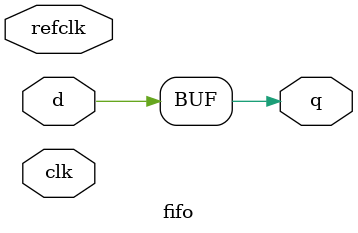
<source format=v>
/* Copyright (C) Ilia Platone - All Rights Reserved
 * Unauthorized copying of this file, via any medium is strictly prohibited
 * Proprietary and confidential
 * Written by Ilia Platone <info@iliaplatone.com>, January, 2017
 */

`timescale 1 ns / 1 ps

module dff (
	clk,
	refclk,
	d,
	q
	);
	parameter WORD_WIDTH=1;
	parameter USE_SOFT_CLOCK=0;
	input wire clk;
	input wire refclk;
	reg _refclk;
	input wire[WORD_WIDTH-1:0] d;
	output reg[WORD_WIDTH-1:0] q;

	wire clock;
	assign clock = (USE_SOFT_CLOCK ? clk : refclk);

	always @ ( posedge clock) begin
		if(USE_SOFT_CLOCK) begin
			if(refclk != _refclk) begin
				_refclk <= refclk;
				if(refclk) begin
					q <= d;
				end
			end
		end else begin
			q <= d;
		end
	end
endmodule

module fifo (
	clk,
	refclk,
	d,
	q
	);
	parameter DELAY_SIZE = 1;
	parameter WORD_WIDTH=1;
	parameter USE_SOFT_CLOCK=0;
	
	input wire clk;
	input wire refclk;
	input wire[WORD_WIDTH-1:0] d;
	output wire[DELAY_SIZE*WORD_WIDTH-1:0] q;
	 
	assign q[0+:WORD_WIDTH] = d;
	generate 
		genvar a;
		genvar b;
		for(a=1; a<DELAY_SIZE; a=a+512) begin : delay_iteration_block
			for(b=a; b < a+512 && b < DELAY_SIZE; b=b+1) begin : delay_iteration_inner_block
				dff #(.USE_SOFT_CLOCK(USE_SOFT_CLOCK), .WORD_WIDTH(WORD_WIDTH)) delay(clk, refclk, q[(b-1)*WORD_WIDTH+:WORD_WIDTH], q[b*WORD_WIDTH+:WORD_WIDTH]);
			end
		end
	endgenerate
endmodule

</source>
